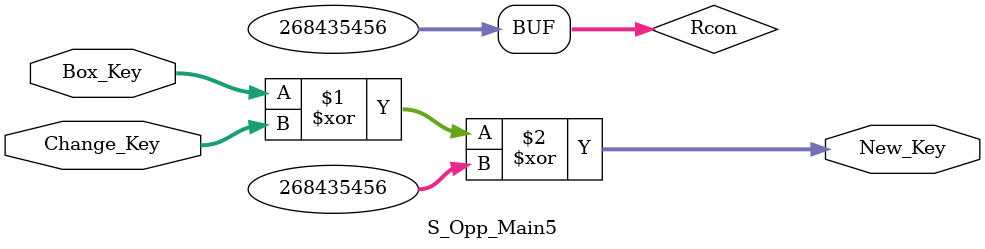
<source format=v>
module S_Opp_Main5(Box_Key,Change_Key,New_Key);
  
  input[31:0]Box_Key,Change_Key;
  
  output[31:0]New_Key;
  
  wire [31:0]Rcon;

assign Rcon=32'b0001_0000_0000_0000_0000_0000_0000_0000;

assign New_Key=Box_Key ^ Change_Key ^ Rcon;

endmodule





</source>
